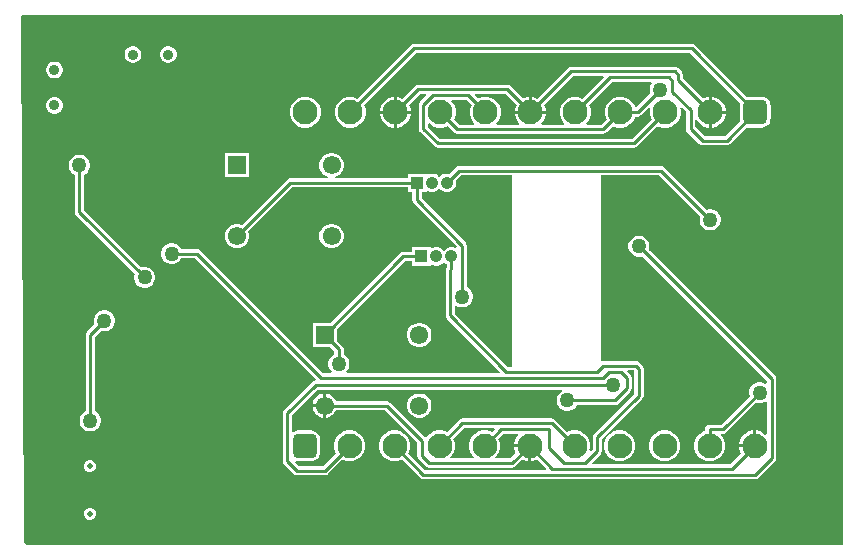
<source format=gbr>
G04*
G04 #@! TF.GenerationSoftware,Altium Limited,Altium Designer,24.1.2 (44)*
G04*
G04 Layer_Physical_Order=2*
G04 Layer_Color=16711680*
%FSLAX44Y44*%
%MOMM*%
G71*
G04*
G04 #@! TF.SameCoordinates,5DE7BCAC-930E-4ACC-850D-064FDCF0EFED*
G04*
G04*
G04 #@! TF.FilePolarity,Positive*
G04*
G01*
G75*
%ADD13C,0.2540*%
%ADD55C,0.9000*%
%ADD59R,1.5500X1.5500*%
%ADD60C,1.5500*%
%ADD64C,0.5000*%
%ADD65C,2.1000*%
G04:AMPARAMS|DCode=66|XSize=2.1mm|YSize=2.1mm|CornerRadius=0.525mm|HoleSize=0mm|Usage=FLASHONLY|Rotation=180.000|XOffset=0mm|YOffset=0mm|HoleType=Round|Shape=RoundedRectangle|*
%AMROUNDEDRECTD66*
21,1,2.1000,1.0500,0,0,180.0*
21,1,1.0500,2.1000,0,0,180.0*
1,1,1.0500,-0.5250,0.5250*
1,1,1.0500,0.5250,0.5250*
1,1,1.0500,0.5250,-0.5250*
1,1,1.0500,-0.5250,-0.5250*
%
%ADD66ROUNDEDRECTD66*%
%ADD67R,1.0500X1.0500*%
%ADD68C,1.0500*%
%ADD69C,1.2700*%
G36*
X697571Y448845D02*
Y944D01*
X5706D01*
X3800Y2850D01*
X947Y448898D01*
X1842Y449798D01*
X694712D01*
X695665Y450751D01*
X697571Y448845D01*
D02*
G37*
%LPC*%
G36*
X126912Y423006D02*
X125058D01*
X123268Y422526D01*
X121662Y421599D01*
X120352Y420288D01*
X119425Y418683D01*
X118945Y416893D01*
Y415039D01*
X119425Y413248D01*
X120352Y411643D01*
X121662Y410332D01*
X123268Y409405D01*
X125058Y408926D01*
X126912D01*
X128702Y409405D01*
X130308Y410332D01*
X131618Y411643D01*
X132545Y413248D01*
X133025Y415039D01*
Y416893D01*
X132545Y418683D01*
X131618Y420288D01*
X130308Y421599D01*
X128702Y422526D01*
X126912Y423006D01*
D02*
G37*
G36*
X96911D02*
X95058D01*
X93267Y422526D01*
X91662Y421599D01*
X90351Y420288D01*
X89424Y418683D01*
X88945Y416893D01*
Y415039D01*
X89424Y413248D01*
X90351Y411643D01*
X91662Y410332D01*
X93267Y409405D01*
X95058Y408926D01*
X96911D01*
X98702Y409405D01*
X100307Y410332D01*
X101618Y411643D01*
X102545Y413248D01*
X103025Y415039D01*
Y416893D01*
X102545Y418683D01*
X101618Y420288D01*
X100307Y421599D01*
X98702Y422526D01*
X96911Y423006D01*
D02*
G37*
G36*
X30527Y409867D02*
X28673D01*
X26883Y409387D01*
X25278Y408460D01*
X23967Y407149D01*
X23040Y405544D01*
X22560Y403754D01*
Y401900D01*
X23040Y400109D01*
X23967Y398504D01*
X25278Y397193D01*
X26883Y396267D01*
X28673Y395787D01*
X30527D01*
X32318Y396267D01*
X33923Y397193D01*
X35234Y398504D01*
X36160Y400109D01*
X36640Y401900D01*
Y403754D01*
X36160Y405544D01*
X35234Y407149D01*
X33923Y408460D01*
X32318Y409387D01*
X30527Y409867D01*
D02*
G37*
G36*
X586622Y380208D02*
X586176D01*
Y368438D01*
X597946D01*
Y368884D01*
X597057Y372201D01*
X595340Y375174D01*
X592912Y377602D01*
X589939Y379319D01*
X586622Y380208D01*
D02*
G37*
G36*
X316936D02*
X316489D01*
X313172Y379319D01*
X310199Y377602D01*
X307771Y375174D01*
X306054Y372201D01*
X305166Y368884D01*
Y368438D01*
X316936D01*
Y380208D01*
D02*
G37*
G36*
X30527Y379866D02*
X28673D01*
X26883Y379386D01*
X25278Y378460D01*
X23967Y377149D01*
X23040Y375544D01*
X22560Y373753D01*
Y371899D01*
X23040Y370109D01*
X23967Y368504D01*
X25278Y367193D01*
X26883Y366266D01*
X28673Y365786D01*
X30527D01*
X32318Y366266D01*
X33923Y367193D01*
X35234Y368504D01*
X36160Y370109D01*
X36640Y371899D01*
Y373753D01*
X36160Y375544D01*
X35234Y377149D01*
X33923Y378460D01*
X32318Y379386D01*
X30527Y379866D01*
D02*
G37*
G36*
X597946Y365898D02*
X586176D01*
Y354128D01*
X586622D01*
X589939Y355016D01*
X592912Y356733D01*
X595340Y359161D01*
X597057Y362134D01*
X597946Y365451D01*
Y365898D01*
D02*
G37*
G36*
X569041Y425017D02*
X334070D01*
X332583Y424721D01*
X331323Y423879D01*
X286169Y378725D01*
X285139Y379319D01*
X281822Y380208D01*
X278389D01*
X275072Y379319D01*
X272099Y377602D01*
X269671Y375174D01*
X267954Y372201D01*
X267066Y368884D01*
Y365451D01*
X267954Y362134D01*
X269671Y359161D01*
X272099Y356733D01*
X275072Y355016D01*
X278389Y354128D01*
X281822D01*
X285139Y355016D01*
X288112Y356733D01*
X290540Y359161D01*
X292257Y362134D01*
X293146Y365451D01*
Y368884D01*
X292257Y372201D01*
X291662Y373231D01*
X335679Y417247D01*
X567432D01*
X610184Y374495D01*
X610166Y374451D01*
X609898Y372418D01*
Y361918D01*
X610166Y359884D01*
X610184Y359840D01*
X597129Y346785D01*
X580027D01*
X572143Y354669D01*
Y360654D01*
X573413Y360994D01*
X574471Y359161D01*
X576899Y356733D01*
X579872Y355016D01*
X583189Y354128D01*
X583636D01*
Y367168D01*
Y380208D01*
X583189D01*
X579872Y379319D01*
X578843Y378725D01*
X561669Y395898D01*
Y399004D01*
X561373Y400491D01*
X560531Y401751D01*
X557737Y404545D01*
X556477Y405387D01*
X554990Y405683D01*
X467136D01*
X465649Y405387D01*
X464389Y404545D01*
X438569Y378725D01*
X437539Y379319D01*
X434222Y380208D01*
X433776D01*
Y368438D01*
X445546D01*
Y368884D01*
X444657Y372201D01*
X444062Y373231D01*
X468745Y397913D01*
X494198D01*
X494684Y396740D01*
X476669Y378725D01*
X475639Y379319D01*
X472322Y380208D01*
X468889D01*
X465572Y379319D01*
X462599Y377602D01*
X460171Y375174D01*
X458454Y372201D01*
X457566Y368884D01*
Y365451D01*
X458454Y362134D01*
X460171Y359161D01*
X461371Y357961D01*
X460845Y356691D01*
X442266D01*
X441740Y357961D01*
X442940Y359161D01*
X444657Y362134D01*
X445546Y365451D01*
Y365898D01*
X432506D01*
X419466D01*
Y365451D01*
X420354Y362134D01*
X422071Y359161D01*
X423271Y357961D01*
X422745Y356691D01*
X404166D01*
X403640Y357961D01*
X404840Y359161D01*
X406557Y362134D01*
X407446Y365451D01*
Y368884D01*
X406557Y372201D01*
X404840Y375174D01*
X402412Y377602D01*
X399439Y379319D01*
X396122Y380208D01*
X392689D01*
X389372Y379319D01*
X388343Y378725D01*
X385567Y381500D01*
X386053Y382673D01*
X411506D01*
X420949Y373231D01*
X420354Y372201D01*
X419466Y368884D01*
Y368438D01*
X431236D01*
Y380208D01*
X430789D01*
X427472Y379319D01*
X426442Y378725D01*
X415862Y389305D01*
X414602Y390147D01*
X413115Y390443D01*
X337596D01*
X336109Y390147D01*
X334849Y389305D01*
X324269Y378725D01*
X323239Y379319D01*
X319922Y380208D01*
X319476D01*
Y368438D01*
X331246D01*
Y368884D01*
X330357Y372201D01*
X329762Y373231D01*
X339205Y382673D01*
X344136D01*
X344622Y381500D01*
X339248Y376127D01*
X338406Y374867D01*
X338111Y373380D01*
Y353060D01*
X338406Y351573D01*
X339248Y350313D01*
X351440Y338121D01*
X352701Y337279D01*
X354187Y336983D01*
X520506D01*
X521992Y337279D01*
X523253Y338121D01*
X540742Y355611D01*
X541772Y355016D01*
X545089Y354128D01*
X548522D01*
X551839Y355016D01*
X554812Y356733D01*
X557240Y359161D01*
X558957Y362134D01*
X559846Y365451D01*
Y368884D01*
X559392Y370578D01*
X560530Y371236D01*
X564373Y367393D01*
Y353060D01*
X564669Y351573D01*
X565511Y350313D01*
X575671Y340153D01*
X576931Y339311D01*
X578418Y339015D01*
X598738D01*
X600224Y339311D01*
X601485Y340153D01*
X615678Y354346D01*
X615722Y354328D01*
X617756Y354061D01*
X628256D01*
X630289Y354328D01*
X632184Y355113D01*
X633811Y356362D01*
X635060Y357989D01*
X635845Y359884D01*
X636113Y361918D01*
Y372418D01*
X635845Y374451D01*
X635060Y376346D01*
X633811Y377974D01*
X632184Y379222D01*
X630289Y380007D01*
X628256Y380275D01*
X617756D01*
X615722Y380007D01*
X615678Y379989D01*
X571788Y423879D01*
X570528Y424721D01*
X569041Y425017D01*
D02*
G37*
G36*
X331246Y365898D02*
X319476D01*
Y354128D01*
X319922D01*
X323239Y355016D01*
X326212Y356733D01*
X328640Y359161D01*
X330357Y362134D01*
X331246Y365451D01*
Y365898D01*
D02*
G37*
G36*
X316936D02*
X305166D01*
Y365451D01*
X306054Y362134D01*
X307771Y359161D01*
X310199Y356733D01*
X313172Y355016D01*
X316489Y354128D01*
X316936D01*
Y365898D01*
D02*
G37*
G36*
X243722Y380208D02*
X240289D01*
X236972Y379319D01*
X233999Y377602D01*
X231571Y375174D01*
X229854Y372201D01*
X228966Y368884D01*
Y365451D01*
X229854Y362134D01*
X231571Y359161D01*
X233999Y356733D01*
X236972Y355016D01*
X240289Y354128D01*
X243722D01*
X247039Y355016D01*
X250012Y356733D01*
X252440Y359161D01*
X254157Y362134D01*
X255046Y365451D01*
Y368884D01*
X254157Y372201D01*
X252440Y375174D01*
X250012Y377602D01*
X247039Y379319D01*
X243722Y380208D01*
D02*
G37*
G36*
X194494Y332632D02*
X173914D01*
Y312052D01*
X194494D01*
Y332632D01*
D02*
G37*
G36*
X265558D02*
X262849D01*
X260232Y331931D01*
X257885Y330576D01*
X255970Y328660D01*
X254615Y326314D01*
X253914Y323697D01*
Y320987D01*
X254615Y318370D01*
X255970Y316024D01*
X257885Y314108D01*
X260232Y312753D01*
X261196Y312495D01*
X261029Y311225D01*
X229202D01*
X227715Y310929D01*
X226455Y310087D01*
X188254Y271886D01*
X188176Y271931D01*
X185559Y272632D01*
X182849D01*
X180232Y271931D01*
X177886Y270576D01*
X175970Y268660D01*
X174615Y266314D01*
X173914Y263697D01*
Y260987D01*
X174615Y258370D01*
X175970Y256024D01*
X177886Y254108D01*
X180232Y252753D01*
X182849Y252052D01*
X185559D01*
X188176Y252753D01*
X190522Y254108D01*
X192438Y256024D01*
X193793Y258370D01*
X194494Y260987D01*
Y263697D01*
X193793Y266314D01*
X193748Y266392D01*
X230811Y303455D01*
X328760D01*
Y299550D01*
X332665D01*
Y292608D01*
X332961Y291121D01*
X333803Y289861D01*
X370159Y253505D01*
X370101Y253065D01*
X368771Y252371D01*
X368730Y252379D01*
X366786Y252900D01*
X364734D01*
X362753Y252369D01*
X360977Y251343D01*
X360262Y250629D01*
X359410Y249982D01*
X358558Y250629D01*
X357843Y251343D01*
X356067Y252369D01*
X354086Y252900D01*
X352034D01*
X350053Y252369D01*
X349420Y252004D01*
X348150Y252737D01*
Y252900D01*
X332570D01*
Y248995D01*
X324970D01*
X323484Y248699D01*
X322223Y247857D01*
X263246Y188880D01*
X248160D01*
Y168300D01*
X263246D01*
X266625Y164921D01*
Y162201D01*
X265051Y161292D01*
X263396Y159637D01*
X262226Y157609D01*
X261620Y155348D01*
Y153008D01*
X262226Y150747D01*
X263396Y148719D01*
X264467Y147649D01*
X263941Y146379D01*
X256625D01*
X152861Y250143D01*
X151601Y250985D01*
X150114Y251281D01*
X136972D01*
X136063Y252855D01*
X134408Y254510D01*
X132381Y255680D01*
X130120Y256286D01*
X127779D01*
X125518Y255680D01*
X123491Y254510D01*
X121836Y252855D01*
X120666Y250827D01*
X120060Y248566D01*
Y246226D01*
X120666Y243965D01*
X121836Y241937D01*
X123491Y240282D01*
X125518Y239112D01*
X127779Y238506D01*
X130120D01*
X132381Y239112D01*
X134408Y240282D01*
X136063Y241937D01*
X136972Y243511D01*
X148505D01*
X250814Y141202D01*
X250276Y139945D01*
X249211Y139733D01*
X247951Y138891D01*
X224075Y115015D01*
X223233Y113755D01*
X222937Y112268D01*
Y71882D01*
X223233Y70395D01*
X224075Y69135D01*
X232203Y61007D01*
X233463Y60165D01*
X234950Y59869D01*
X258543D01*
X260030Y60165D01*
X261290Y61007D01*
X273374Y73091D01*
X274403Y72496D01*
X277720Y71607D01*
X281153D01*
X284470Y72496D01*
X287443Y74213D01*
X289871Y76641D01*
X291588Y79614D01*
X292477Y82931D01*
Y86364D01*
X291588Y89681D01*
X289871Y92654D01*
X287443Y95082D01*
X284470Y96799D01*
X281153Y97688D01*
X277720D01*
X274403Y96799D01*
X271430Y95082D01*
X269002Y92654D01*
X267285Y89681D01*
X266397Y86364D01*
Y82931D01*
X267285Y79614D01*
X267880Y78584D01*
X256934Y67639D01*
X236559D01*
X233560Y70637D01*
X233920Y71492D01*
X234206Y71788D01*
X236087Y71540D01*
X246587D01*
X248620Y71808D01*
X250515Y72593D01*
X252143Y73842D01*
X253391Y75469D01*
X254176Y77364D01*
X254444Y79398D01*
Y89897D01*
X254176Y91931D01*
X253391Y93826D01*
X252143Y95453D01*
X250515Y96702D01*
X248620Y97487D01*
X246587Y97755D01*
X236087D01*
X234053Y97487D01*
X232158Y96702D01*
X231846Y96462D01*
X230707Y97024D01*
Y110659D01*
X252307Y132259D01*
X459193D01*
X459533Y130989D01*
X458345Y130304D01*
X456690Y128649D01*
X455520Y126621D01*
X454914Y124360D01*
Y122020D01*
X455520Y119759D01*
X456690Y117731D01*
X458345Y116076D01*
X460373Y114906D01*
X462634Y114300D01*
X464974D01*
X467235Y114906D01*
X469263Y116076D01*
X470918Y117731D01*
X471827Y119305D01*
X504190D01*
X505677Y119601D01*
X506937Y120443D01*
X517097Y130603D01*
X517939Y131863D01*
X518235Y133350D01*
Y142494D01*
X517939Y143981D01*
X517097Y145241D01*
X514742Y147596D01*
X515228Y148769D01*
X520361D01*
X520625Y148505D01*
Y128863D01*
X486457Y94695D01*
X485615Y93435D01*
X485319Y91948D01*
Y82127D01*
X483621Y80429D01*
X482482Y81086D01*
X482977Y82931D01*
Y86364D01*
X482088Y89681D01*
X480371Y92654D01*
X477943Y95082D01*
X474970Y96799D01*
X471653Y97688D01*
X468220D01*
X464903Y96799D01*
X463873Y96204D01*
X453293Y106785D01*
X452033Y107627D01*
X450546Y107922D01*
X375027D01*
X373540Y107627D01*
X372280Y106785D01*
X361700Y96204D01*
X360670Y96799D01*
X357353Y97688D01*
X353920D01*
X350603Y96799D01*
X347630Y95082D01*
X345202Y92654D01*
X344774Y91914D01*
X343323Y91939D01*
X313925Y121337D01*
X312665Y122179D01*
X311178Y122475D01*
X268062D01*
X268039Y122562D01*
X266684Y124908D01*
X264768Y126824D01*
X262422Y128179D01*
X259805Y128880D01*
X259720D01*
Y118590D01*
Y108300D01*
X259805D01*
X262422Y109001D01*
X264768Y110356D01*
X266684Y112272D01*
X268039Y114618D01*
X268062Y114705D01*
X309569D01*
X336983Y87291D01*
Y75946D01*
X337279Y74459D01*
X338121Y73199D01*
X343963Y67357D01*
X345223Y66515D01*
X346710Y66219D01*
X417293D01*
X418780Y66515D01*
X420040Y67357D01*
X425774Y73091D01*
X426803Y72496D01*
X430120Y71607D01*
X430567D01*
Y83378D01*
X418797D01*
Y82931D01*
X419685Y79614D01*
X420280Y78584D01*
X415684Y73989D01*
X403315D01*
X402789Y75259D01*
X404171Y76641D01*
X405888Y79614D01*
X406777Y82931D01*
Y86364D01*
X405888Y89681D01*
X405293Y90711D01*
X409656Y95073D01*
X422162D01*
X422648Y93900D01*
X421402Y92654D01*
X419685Y89681D01*
X418797Y86364D01*
Y85918D01*
X431837D01*
Y84648D01*
X433107D01*
Y71607D01*
X433553D01*
X436870Y72496D01*
X437900Y73091D01*
X445755Y65235D01*
X445269Y64062D01*
X343616D01*
X329093Y78584D01*
X329688Y79614D01*
X330577Y82931D01*
Y86364D01*
X329688Y89681D01*
X327971Y92654D01*
X325543Y95082D01*
X322570Y96799D01*
X319253Y97688D01*
X315820D01*
X312503Y96799D01*
X309530Y95082D01*
X307102Y92654D01*
X305385Y89681D01*
X304497Y86364D01*
Y82931D01*
X305385Y79614D01*
X307102Y76641D01*
X309530Y74213D01*
X312503Y72496D01*
X315820Y71607D01*
X319253D01*
X322570Y72496D01*
X323600Y73091D01*
X339260Y57430D01*
X340520Y56588D01*
X342007Y56293D01*
X622787D01*
X624274Y56588D01*
X625534Y57430D01*
X639525Y71421D01*
X640367Y72681D01*
X640663Y74168D01*
Y141556D01*
X640367Y143042D01*
X639525Y144303D01*
X532940Y250888D01*
X533410Y252643D01*
Y254984D01*
X532804Y257245D01*
X531634Y259272D01*
X529979Y260927D01*
X527952Y262098D01*
X525690Y262704D01*
X523350D01*
X521089Y262098D01*
X519062Y260927D01*
X517406Y259272D01*
X516236Y257245D01*
X515630Y254984D01*
Y252643D01*
X516236Y250382D01*
X517406Y248355D01*
X519062Y246700D01*
X521089Y245529D01*
X523350Y244924D01*
X525690D01*
X527446Y245394D01*
X632893Y139947D01*
Y137771D01*
X631623Y137169D01*
X630049Y138078D01*
X627788Y138684D01*
X625448D01*
X623187Y138078D01*
X621159Y136908D01*
X619504Y135253D01*
X618334Y133225D01*
X617728Y130964D01*
Y128624D01*
X618198Y126868D01*
X593767Y102437D01*
X584237D01*
X582750Y102141D01*
X581490Y101299D01*
X580648Y100039D01*
X580352Y98552D01*
Y97107D01*
X579203Y96799D01*
X576230Y95082D01*
X573802Y92654D01*
X572085Y89681D01*
X571197Y86364D01*
Y82931D01*
X572085Y79614D01*
X573802Y76641D01*
X576230Y74213D01*
X579203Y72496D01*
X582520Y71607D01*
X585953D01*
X589270Y72496D01*
X592243Y74213D01*
X594671Y76641D01*
X596388Y79614D01*
X597277Y82931D01*
Y86364D01*
X596388Y89681D01*
X594671Y92654D01*
X593831Y93494D01*
X594318Y94667D01*
X595376D01*
X596863Y94963D01*
X598123Y95805D01*
X623692Y121374D01*
X625448Y120904D01*
X627788D01*
X630049Y121510D01*
X631623Y122419D01*
X632893Y121817D01*
Y94328D01*
X631623Y93802D01*
X630343Y95082D01*
X627370Y96799D01*
X624053Y97688D01*
X623607D01*
Y84648D01*
X622337D01*
Y83378D01*
X609297D01*
Y82931D01*
X610185Y79614D01*
X610780Y78584D01*
X601337Y69142D01*
X484981D01*
X484495Y70315D01*
X491951Y77771D01*
X492793Y79031D01*
X493089Y80518D01*
Y90339D01*
X527257Y124507D01*
X528099Y125767D01*
X528395Y127254D01*
Y150114D01*
X528099Y151601D01*
X527257Y152861D01*
X524717Y155401D01*
X523457Y156243D01*
X521970Y156539D01*
X494030D01*
X493284Y156390D01*
X492014Y157300D01*
Y313610D01*
X492227Y313869D01*
X541443D01*
X576288Y279024D01*
X575818Y277268D01*
Y274928D01*
X576424Y272667D01*
X577594Y270639D01*
X579249Y268984D01*
X581277Y267814D01*
X583538Y267208D01*
X585878D01*
X588139Y267814D01*
X590167Y268984D01*
X591822Y270639D01*
X592992Y272667D01*
X593598Y274928D01*
Y277268D01*
X592992Y279529D01*
X591822Y281557D01*
X590167Y283212D01*
X588139Y284382D01*
X585878Y284988D01*
X583538D01*
X581782Y284518D01*
X545799Y320501D01*
X544539Y321343D01*
X543052Y321639D01*
X372364D01*
X370877Y321343D01*
X369617Y320501D01*
X363978Y314862D01*
X362976Y315130D01*
X360924D01*
X358943Y314599D01*
X357167Y313573D01*
X356452Y312859D01*
X355600Y312212D01*
X354748Y312859D01*
X354033Y313573D01*
X352257Y314599D01*
X350276Y315130D01*
X348224D01*
X346243Y314599D01*
X345610Y314234D01*
X344340Y314967D01*
Y315130D01*
X328760D01*
Y311225D01*
X267379D01*
X267211Y312495D01*
X268176Y312753D01*
X270522Y314108D01*
X272438Y316024D01*
X273792Y318370D01*
X274494Y320987D01*
Y323697D01*
X273792Y326314D01*
X272438Y328660D01*
X270522Y330576D01*
X268176Y331931D01*
X265558Y332632D01*
D02*
G37*
G36*
Y272632D02*
X262849D01*
X260232Y271931D01*
X257885Y270576D01*
X255970Y268660D01*
X254615Y266314D01*
X253914Y263697D01*
Y260987D01*
X254615Y258370D01*
X255970Y256024D01*
X257885Y254108D01*
X260232Y252753D01*
X262849Y252052D01*
X265558D01*
X268176Y252753D01*
X270522Y254108D01*
X272438Y256024D01*
X273792Y258370D01*
X274494Y260987D01*
Y263697D01*
X273792Y266314D01*
X272438Y268660D01*
X270522Y270576D01*
X268176Y271931D01*
X265558Y272632D01*
D02*
G37*
G36*
X51716Y331216D02*
X49376D01*
X47115Y330610D01*
X45087Y329440D01*
X43432Y327785D01*
X42262Y325757D01*
X41656Y323496D01*
Y321156D01*
X42262Y318895D01*
X43432Y316867D01*
X45087Y315212D01*
X46661Y314303D01*
Y282702D01*
X46957Y281215D01*
X47799Y279955D01*
X97498Y230256D01*
X97028Y228500D01*
Y226160D01*
X97634Y223899D01*
X98804Y221871D01*
X100459Y220216D01*
X102487Y219046D01*
X104748Y218440D01*
X107088D01*
X109349Y219046D01*
X111377Y220216D01*
X113032Y221871D01*
X114202Y223899D01*
X114808Y226160D01*
Y228500D01*
X114202Y230761D01*
X113032Y232789D01*
X111377Y234444D01*
X109349Y235614D01*
X107088Y236220D01*
X104748D01*
X102992Y235750D01*
X54431Y284311D01*
Y314303D01*
X56005Y315212D01*
X57660Y316867D01*
X58830Y318895D01*
X59436Y321156D01*
Y323496D01*
X58830Y325757D01*
X57660Y327785D01*
X56005Y329440D01*
X53977Y330610D01*
X51716Y331216D01*
D02*
G37*
G36*
X73052Y199390D02*
X70712D01*
X68451Y198784D01*
X66423Y197614D01*
X64768Y195959D01*
X63598Y193931D01*
X62992Y191670D01*
Y189330D01*
X63462Y187574D01*
X57197Y181309D01*
X56355Y180049D01*
X56059Y178562D01*
Y113940D01*
X54485Y113032D01*
X52830Y111377D01*
X51660Y109349D01*
X51054Y107088D01*
Y104748D01*
X51660Y102487D01*
X52830Y100459D01*
X54485Y98804D01*
X56513Y97634D01*
X58774Y97028D01*
X61114D01*
X63375Y97634D01*
X65403Y98804D01*
X67058Y100459D01*
X68228Y102487D01*
X68834Y104748D01*
Y107088D01*
X68228Y109349D01*
X67058Y111377D01*
X65403Y113032D01*
X63829Y113940D01*
Y176953D01*
X68956Y182080D01*
X70712Y181610D01*
X73052D01*
X75313Y182216D01*
X77341Y183386D01*
X78996Y185041D01*
X80166Y187069D01*
X80772Y189330D01*
Y191670D01*
X80166Y193931D01*
X78996Y195959D01*
X77341Y197614D01*
X75313Y198784D01*
X73052Y199390D01*
D02*
G37*
G36*
X257180Y128880D02*
X257095D01*
X254478Y128179D01*
X252132Y126824D01*
X250216Y124908D01*
X248861Y122562D01*
X248160Y119945D01*
Y119860D01*
X257180D01*
Y128880D01*
D02*
G37*
G36*
X339805D02*
X337095D01*
X334478Y128179D01*
X332132Y126824D01*
X330216Y124908D01*
X328861Y122562D01*
X328160Y119945D01*
Y117235D01*
X328861Y114618D01*
X330216Y112272D01*
X332132Y110356D01*
X334478Y109001D01*
X337095Y108300D01*
X339805D01*
X342422Y109001D01*
X344768Y110356D01*
X346684Y112272D01*
X348039Y114618D01*
X348740Y117235D01*
Y119945D01*
X348039Y122562D01*
X346684Y124908D01*
X344768Y126824D01*
X342422Y128179D01*
X339805Y128880D01*
D02*
G37*
G36*
X257180Y117320D02*
X248160D01*
Y117235D01*
X248861Y114618D01*
X250216Y112272D01*
X252132Y110356D01*
X254478Y109001D01*
X257095Y108300D01*
X257180D01*
Y117320D01*
D02*
G37*
G36*
X621067Y97688D02*
X620620D01*
X617303Y96799D01*
X614330Y95082D01*
X611902Y92654D01*
X610185Y89681D01*
X609297Y86364D01*
Y85918D01*
X621067D01*
Y97688D01*
D02*
G37*
G36*
X547853D02*
X544420D01*
X541103Y96799D01*
X538130Y95082D01*
X535702Y92654D01*
X533985Y89681D01*
X533097Y86364D01*
Y82931D01*
X533985Y79614D01*
X535702Y76641D01*
X538130Y74213D01*
X541103Y72496D01*
X544420Y71607D01*
X547853D01*
X551170Y72496D01*
X554143Y74213D01*
X556571Y76641D01*
X558288Y79614D01*
X559177Y82931D01*
Y86364D01*
X558288Y89681D01*
X556571Y92654D01*
X554143Y95082D01*
X551170Y96799D01*
X547853Y97688D01*
D02*
G37*
G36*
X509753D02*
X506320D01*
X503003Y96799D01*
X500030Y95082D01*
X497602Y92654D01*
X495885Y89681D01*
X494997Y86364D01*
Y82931D01*
X495885Y79614D01*
X497602Y76641D01*
X500030Y74213D01*
X503003Y72496D01*
X506320Y71607D01*
X509753D01*
X513070Y72496D01*
X516043Y74213D01*
X518471Y76641D01*
X520188Y79614D01*
X521077Y82931D01*
Y86364D01*
X520188Y89681D01*
X518471Y92654D01*
X516043Y95082D01*
X513070Y96799D01*
X509753Y97688D01*
D02*
G37*
G36*
X60603Y72350D02*
X58598D01*
X56745Y71583D01*
X55327Y70165D01*
X54560Y68313D01*
Y66308D01*
X55327Y64455D01*
X56745Y63037D01*
X58598Y62270D01*
X60603D01*
X62455Y63037D01*
X63873Y64455D01*
X64640Y66308D01*
Y68313D01*
X63873Y70165D01*
X62455Y71583D01*
X60603Y72350D01*
D02*
G37*
G36*
Y32350D02*
X58598D01*
X56745Y31583D01*
X55327Y30165D01*
X54560Y28313D01*
Y26308D01*
X55327Y24455D01*
X56745Y23037D01*
X58598Y22270D01*
X60603D01*
X62455Y23037D01*
X63873Y24455D01*
X64640Y26308D01*
Y28313D01*
X63873Y30165D01*
X62455Y31583D01*
X60603Y32350D01*
D02*
G37*
%LPD*%
G36*
X535298Y391563D02*
X534260Y389765D01*
X533654Y387504D01*
Y385164D01*
X534124Y383408D01*
X522329Y371613D01*
X520913Y371993D01*
X520857Y372201D01*
X519140Y375174D01*
X516712Y377602D01*
X513739Y379319D01*
X510422Y380208D01*
X506989D01*
X503672Y379319D01*
X500699Y377602D01*
X498271Y375174D01*
X496554Y372201D01*
X495666Y368884D01*
Y365451D01*
X496554Y362134D01*
X497149Y361105D01*
X492735Y356691D01*
X480366D01*
X479840Y357961D01*
X481040Y359161D01*
X482757Y362134D01*
X483646Y365451D01*
Y368884D01*
X482757Y372201D01*
X482162Y373231D01*
X501765Y392833D01*
X534859D01*
X535298Y391563D01*
D02*
G37*
G36*
X382849Y373231D02*
X382254Y372201D01*
X381366Y368884D01*
Y365451D01*
X382254Y362134D01*
X383971Y359161D01*
X385171Y357961D01*
X384645Y356691D01*
X372276D01*
X367862Y361105D01*
X368457Y362134D01*
X369346Y365451D01*
Y368884D01*
X368457Y372201D01*
X366740Y375174D01*
X365495Y376420D01*
X365981Y377593D01*
X378486D01*
X382849Y373231D01*
D02*
G37*
G36*
X534271Y370771D02*
X533766Y368884D01*
Y365451D01*
X534654Y362134D01*
X535249Y361105D01*
X518897Y344753D01*
X355796D01*
X345880Y354669D01*
Y357493D01*
X347053Y357979D01*
X348299Y356733D01*
X351272Y355016D01*
X354589Y354128D01*
X358022D01*
X361339Y355016D01*
X362369Y355611D01*
X367920Y350059D01*
X369181Y349217D01*
X370667Y348921D01*
X494344D01*
X495830Y349217D01*
X497091Y350059D01*
X502643Y355611D01*
X503672Y355016D01*
X506989Y354128D01*
X510422D01*
X513739Y355016D01*
X516712Y356733D01*
X519140Y359161D01*
X520857Y362134D01*
X521165Y363283D01*
X523378D01*
X524864Y363579D01*
X526124Y364421D01*
X533133Y371429D01*
X534271Y370771D01*
D02*
G37*
G36*
X416930Y313610D02*
Y153520D01*
X417088Y152729D01*
X416778Y152069D01*
X416315Y151459D01*
X413851D01*
X368629Y196681D01*
Y202843D01*
X369899Y203445D01*
X371473Y202536D01*
X373734Y201930D01*
X376074D01*
X378335Y202536D01*
X380363Y203706D01*
X382018Y205361D01*
X383188Y207389D01*
X383794Y209650D01*
Y211990D01*
X383188Y214251D01*
X382018Y216279D01*
X380363Y217934D01*
X378789Y218843D01*
Y254254D01*
X378493Y255741D01*
X377651Y257001D01*
X340435Y294217D01*
Y299550D01*
X344340D01*
Y299713D01*
X345610Y300446D01*
X346243Y300081D01*
X348224Y299550D01*
X350276D01*
X352257Y300081D01*
X354033Y301106D01*
X354748Y301821D01*
X355600Y302468D01*
X356452Y301821D01*
X357167Y301106D01*
X358943Y300081D01*
X360924Y299550D01*
X362976D01*
X364957Y300081D01*
X366733Y301106D01*
X368184Y302557D01*
X369209Y304333D01*
X369740Y306314D01*
Y308366D01*
X369472Y309368D01*
X373973Y313869D01*
X416717D01*
X416930Y313610D01*
D02*
G37*
G36*
X332570Y237320D02*
X348150D01*
Y237483D01*
X349420Y238216D01*
X350053Y237851D01*
X352034Y237320D01*
X354086D01*
X356067Y237851D01*
X357843Y238876D01*
X358558Y239591D01*
X359410Y240238D01*
X360262Y239591D01*
X360977Y238876D01*
X361875Y238358D01*
Y236245D01*
X361155Y235167D01*
X360859Y233680D01*
Y195072D01*
X361155Y193585D01*
X361997Y192325D01*
X406770Y147552D01*
X406284Y146379D01*
X277079D01*
X276553Y147649D01*
X277624Y148719D01*
X278794Y150747D01*
X279400Y153008D01*
Y155348D01*
X278794Y157609D01*
X277624Y159637D01*
X275969Y161292D01*
X274395Y162201D01*
Y166530D01*
X274099Y168017D01*
X273257Y169277D01*
X268740Y173794D01*
Y183386D01*
X326579Y241225D01*
X332570D01*
Y237320D01*
D02*
G37*
G36*
X402575Y98980D02*
X399800Y96204D01*
X398770Y96799D01*
X395453Y97688D01*
X392020D01*
X388703Y96799D01*
X385730Y95082D01*
X383302Y92654D01*
X381585Y89681D01*
X380697Y86364D01*
Y82931D01*
X381585Y79614D01*
X383302Y76641D01*
X384684Y75259D01*
X384158Y73989D01*
X365215D01*
X364689Y75259D01*
X366071Y76641D01*
X367788Y79614D01*
X368677Y82931D01*
Y86364D01*
X367788Y89681D01*
X367193Y90711D01*
X376636Y100153D01*
X402089D01*
X402575Y98980D01*
D02*
G37*
%LPC*%
G36*
X339805Y188880D02*
X337095D01*
X334478Y188179D01*
X332132Y186824D01*
X330216Y184908D01*
X328861Y182562D01*
X328160Y179945D01*
Y177235D01*
X328861Y174618D01*
X330216Y172272D01*
X332132Y170356D01*
X334478Y169001D01*
X337095Y168300D01*
X339805D01*
X342422Y169001D01*
X344768Y170356D01*
X346684Y172272D01*
X348039Y174618D01*
X348740Y177235D01*
Y179945D01*
X348039Y182562D01*
X346684Y184908D01*
X344768Y186824D01*
X342422Y188179D01*
X339805Y188880D01*
D02*
G37*
%LPD*%
D13*
X417293Y70104D02*
X431837Y84648D01*
X346710Y70104D02*
X417293D01*
X340868Y75946D02*
X346710Y70104D01*
X340868Y75946D02*
Y88900D01*
X311178Y118590D02*
X340868Y88900D01*
X258450Y118590D02*
X311178D01*
X280106Y367168D02*
X334070Y421132D01*
X569041D01*
X623006Y367168D01*
X598738Y342900D02*
X623006Y367168D01*
X578418Y342900D02*
X598738D01*
X568258Y353060D02*
X578418Y342900D01*
X568258Y353060D02*
Y369002D01*
X552704Y384556D02*
X568258Y369002D01*
X552704Y384556D02*
Y393924D01*
X549910Y396718D02*
X552704Y393924D01*
X500156Y396718D02*
X549910D01*
X470606Y367168D02*
X500156Y396718D01*
X317537Y84648D02*
X342007Y60177D01*
X622787D01*
X636778Y74168D01*
Y141556D01*
X524520Y253814D02*
X636778Y141556D01*
X365760Y234696D02*
Y245110D01*
X364744Y233680D02*
X365760Y234696D01*
X364744Y195072D02*
Y233680D01*
Y195072D02*
X412242Y147574D01*
X488950D01*
X494030Y152654D01*
X521970D01*
X524510Y150114D01*
Y127254D02*
Y150114D01*
X489204Y91948D02*
X524510Y127254D01*
X489204Y80518D02*
Y91948D01*
X479023Y70337D02*
X489204Y80518D01*
X460777Y70337D02*
X479023D01*
X448564Y82550D02*
X460777Y70337D01*
X448564Y82550D02*
Y98806D01*
X448412Y98958D02*
X448564Y98806D01*
X408047Y98958D02*
X448412D01*
X393737Y84648D02*
X408047Y98958D01*
X380095Y381478D02*
X394406Y367168D01*
X350093Y381478D02*
X380095D01*
X341995Y373380D02*
X350093Y381478D01*
X341995Y353060D02*
Y373380D01*
Y353060D02*
X354187Y340868D01*
X520506D01*
X546806Y367168D01*
X494344Y352806D02*
X508706Y367168D01*
X370667Y352806D02*
X494344D01*
X356306Y367168D02*
X370667Y352806D01*
X508706Y367168D02*
X523378D01*
X542544Y386334D01*
X361950Y307340D02*
X372364Y317754D01*
X543052D01*
X584708Y276098D01*
X128950Y247396D02*
X150114D01*
X255016Y142494D01*
X494030D01*
X499110Y147574D01*
X509270D01*
X514350Y142494D01*
Y133350D02*
Y142494D01*
X504190Y123190D02*
X514350Y133350D01*
X463804Y123190D02*
X504190D01*
X258543Y63754D02*
X279437Y84648D01*
X234950Y63754D02*
X258543D01*
X226822Y71882D02*
X234950Y63754D01*
X226822Y71882D02*
Y112268D01*
X250698Y136144D01*
X502666D01*
X50546Y282702D02*
X105918Y227330D01*
X50546Y282702D02*
Y322326D01*
X270510Y154178D02*
Y166530D01*
X258450Y178590D02*
X270510Y166530D01*
X59944Y105918D02*
Y178562D01*
X71882Y190500D01*
X431837Y84648D02*
X451227Y65257D01*
X602946D01*
X622337Y84648D01*
X595376Y98552D02*
X626618Y129794D01*
X584237Y98552D02*
X595376D01*
X584237Y84648D02*
Y98552D01*
X374904Y210820D02*
Y254254D01*
X336550Y292608D02*
X374904Y254254D01*
X336550Y292608D02*
Y307340D01*
X258450Y178590D02*
X324970Y245110D01*
X340360D01*
X432506Y367168D02*
X467136Y401798D01*
X554990D01*
X557784Y399004D01*
Y394289D02*
Y399004D01*
Y394289D02*
X584906Y367168D01*
X318206D02*
X337596Y386558D01*
X413115D01*
X432506Y367168D01*
X184204Y262342D02*
X229202Y307340D01*
X336550D01*
X450546Y104038D02*
X469937Y84648D01*
X375027Y104038D02*
X450546D01*
X355637Y84648D02*
X375027Y104038D01*
D55*
X125985Y415966D02*
D03*
X95985D02*
D03*
X29600Y402827D02*
D03*
Y372826D02*
D03*
D59*
X258450Y178590D02*
D03*
X184204Y322342D02*
D03*
D60*
X338450Y178590D02*
D03*
X258450Y118590D02*
D03*
X338450D02*
D03*
X264204Y262342D02*
D03*
X184204D02*
D03*
X264204Y322342D02*
D03*
D64*
X59600Y27310D02*
D03*
Y67310D02*
D03*
D65*
X242006Y367168D02*
D03*
X280106D02*
D03*
X356306D02*
D03*
X432506D02*
D03*
X508706D02*
D03*
X546806D02*
D03*
X584906D02*
D03*
X470606D02*
D03*
X394406D02*
D03*
X318206D02*
D03*
X622337Y84648D02*
D03*
X584237D02*
D03*
X508037D02*
D03*
X431837D02*
D03*
X355637D02*
D03*
X317537D02*
D03*
X279437D02*
D03*
X393737D02*
D03*
X469937D02*
D03*
X546137D02*
D03*
D66*
X623006Y367168D02*
D03*
X241337Y84648D02*
D03*
D67*
X336550Y307340D02*
D03*
X340360Y245110D02*
D03*
D68*
X349250Y307340D02*
D03*
X361950D02*
D03*
X353060Y245110D02*
D03*
X365760D02*
D03*
D69*
X524520Y253814D02*
D03*
X542544Y386334D02*
D03*
X584708Y276098D02*
D03*
X128950Y247396D02*
D03*
X463804Y123190D02*
D03*
X502666Y136144D02*
D03*
X105918Y227330D02*
D03*
X50546Y322326D02*
D03*
X270510Y154178D02*
D03*
X59944Y105918D02*
D03*
X71882Y190500D02*
D03*
X626618Y129794D02*
D03*
X374904Y210820D02*
D03*
M02*

</source>
